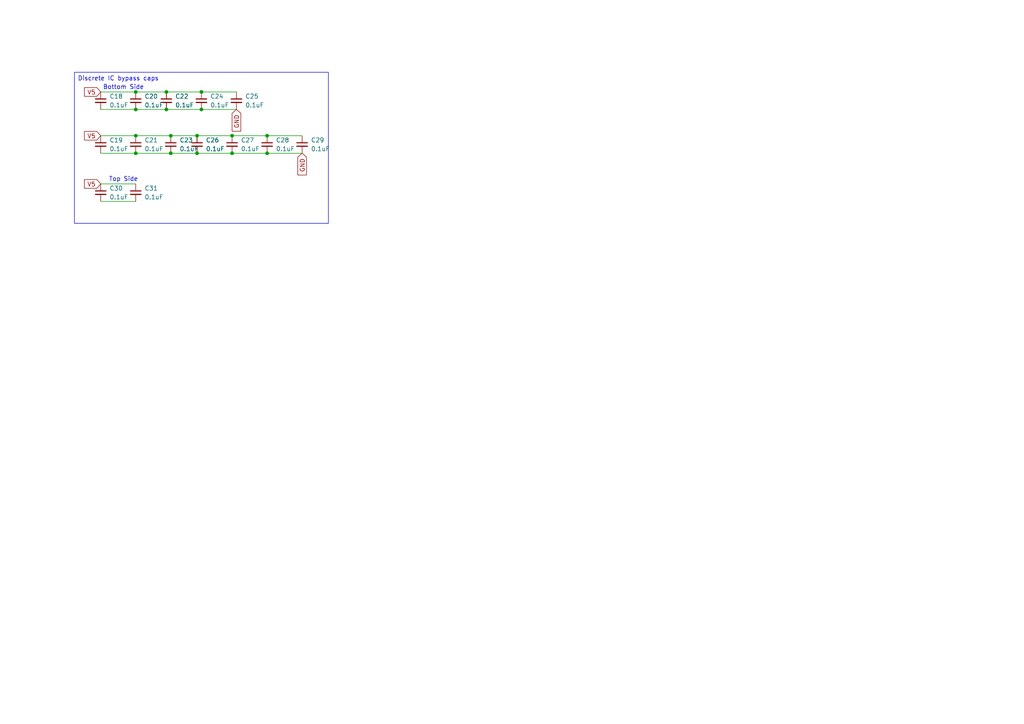
<source format=kicad_sch>
(kicad_sch (version 20250114) (generator "eeschema") (generator_version "9.0")
  (paper "A4")
  (lib_symbols
    (symbol "Device:C_Small" (pin_numbers (hide yes)) (pin_names (offset 0.254) (hide yes))
      (property "Reference" "C" (at 0.254 1.778 0))
      (property "Value" "C_Small" (at 0.254 -2.032 0))
      (symbol "C_Small_0_1"
        (polyline (pts (xy -1.524 0.508) (xy 1.524 0.508)) (stroke (width 0.3048)))
        (polyline (pts (xy -1.524 -0.508) (xy 1.524 -0.508)) (stroke (width 0.3302)))
      )
      (symbol "C_Small_1_1"
        (pin passive line (at 0 2.54 270) (length 2.032) (name "~") (number "1"))
        (pin passive line (at 0 -2.54 90) (length 2.032) (name "~") (number "2"))
      )
    )
  )
  (text "Bottom Side\n" (at 35.814 25.4 0) (effects (font (size 1.27 1.27))))
  (text "Top Side\n" (at 35.814 52.07 0) (effects (font (size 1.27 1.27))))
  (text_box "Discrete IC bypass caps\n" (at 21.59 20.955 0) (size 73.66 43.815) (margins 0.9525 0.9525 0.9525 0.9525) (effects (font (size 1.27 1.27)) (justify left top)))
  (junction (at 39.37 31.75))
  (junction (at 39.37 44.45))
  (junction (at 39.37 39.37))
  (junction (at 57.15 39.37))
  (junction (at 49.53 44.45))
  (junction (at 39.37 26.67))
  (junction (at 48.26 26.67))
  (junction (at 67.31 44.45))
  (junction (at 67.31 39.37))
  (junction (at 77.47 44.45))
  (junction (at 58.42 31.75))
  (junction (at 58.42 26.67))
  (junction (at 48.26 31.75))
  (junction (at 77.47 39.37))
  (junction (at 57.15 44.45))
  (junction (at 49.53 39.37))
  (wire (pts (xy 29.21 31.75) (xy 39.37 31.75)))
  (wire (pts (xy 48.26 31.75) (xy 58.42 31.75)))
  (wire (pts (xy 57.15 44.45) (xy 67.31 44.45)))
  (wire (pts (xy 39.37 44.45) (xy 49.53 44.45)))
  (wire (pts (xy 57.15 39.37) (xy 67.31 39.37)))
  (wire (pts (xy 49.53 44.45) (xy 57.15 44.45)))
  (wire (pts (xy 29.21 58.42) (xy 39.37 58.42)))
  (wire (pts (xy 29.21 44.45) (xy 39.37 44.45)))
  (wire (pts (xy 29.21 26.67) (xy 39.37 26.67)))
  (wire (pts (xy 67.31 44.45) (xy 77.47 44.45)))
  (wire (pts (xy 29.21 53.34) (xy 39.37 53.34)))
  (wire (pts (xy 77.47 39.37) (xy 87.63 39.37)))
  (wire (pts (xy 49.53 39.37) (xy 57.15 39.37)))
  (wire (pts (xy 48.26 26.67) (xy 58.42 26.67)))
  (wire (pts (xy 58.42 26.67) (xy 68.58 26.67)))
  (wire (pts (xy 39.37 31.75) (xy 48.26 31.75)))
  (wire (pts (xy 77.47 44.45) (xy 87.63 44.45)))
  (wire (pts (xy 29.21 39.37) (xy 39.37 39.37)))
  (wire (pts (xy 58.42 31.75) (xy 68.58 31.75)))
  (wire (pts (xy 67.31 39.37) (xy 77.47 39.37)))
  (wire (pts (xy 39.37 26.67) (xy 48.26 26.67)))
  (wire (pts (xy 39.37 39.37) (xy 49.53 39.37)))
  (global_label "GND" (shape input) (at 68.58 31.75 270) (property "Intersheetrefs" "${INTERSHEET_REFS}" (effects (hide yes))))
  (global_label "V5" (shape input) (at 29.21 39.37 180) (property "Intersheetrefs" "${INTERSHEET_REFS}" (effects (hide yes))))
  (global_label "GND" (shape input) (at 87.63 44.45 270) (property "Intersheetrefs" "${INTERSHEET_REFS}" (effects (hide yes))))
  (global_label "V5" (shape input) (at 29.21 26.67 180) (property "Intersheetrefs" "${INTERSHEET_REFS}" (effects (hide yes))))
  (global_label "V5" (shape input) (at 29.21 53.34 180) (property "Intersheetrefs" "${INTERSHEET_REFS}" (effects (hide yes))))
  (symbol (lib_id "Device:C_Small") (at 49.53 41.91 0) (unit 1)
    (property "Reference" "C23" (at 52.07 40.6462 0) (effects (justify left)))
    (property "Value" "0.1uF" (at 52.07 43.1862 0) (effects (justify left)))
    (property "Description" "Unpolarized capacitor, small symbol" (effects (hide yes)))
  )
  (symbol (lib_id "Device:C_Small") (at 57.15 41.91 0) (unit 1)
    (property "Reference" "C26" (at 59.69 40.6462 0) (effects (justify left)))
    (property "Value" "0.1uF" (at 59.69 43.1862 0) (effects (justify left)))
    (property "Description" "Unpolarized capacitor, small symbol" (effects (hide yes)))
  )
  (symbol (lib_id "Device:C_Small") (at 67.31 41.91 0) (unit 1)
    (property "Reference" "C27" (at 69.85 40.6462 0) (effects (justify left)))
    (property "Value" "0.1uF" (at 69.85 43.1862 0) (effects (justify left)))
    (property "Description" "Unpolarized capacitor, small symbol" (effects (hide yes)))
  )
  (symbol (lib_id "Device:C_Small") (at 29.21 55.88 0) (unit 1)
    (property "Reference" "C30" (at 31.75 54.6162 0) (effects (justify left)))
    (property "Value" "0.1uF" (at 31.75 57.1562 0) (effects (justify left)))
    (property "Description" "Unpolarized capacitor, small symbol" (effects (hide yes)))
  )
  (symbol (lib_id "Device:C_Small") (at 29.21 29.21 0) (unit 1)
    (property "Reference" "C18" (at 31.75 27.9462 0) (effects (justify left)))
    (property "Value" "0.1uF" (at 31.75 30.4862 0) (effects (justify left)))
    (property "Description" "Unpolarized capacitor, small symbol" (effects (hide yes)))
  )
  (symbol (lib_id "Device:C_Small") (at 39.37 41.91 0) (unit 1)
    (property "Reference" "C21" (at 41.91 40.6462 0) (effects (justify left)))
    (property "Value" "0.1uF" (at 41.91 43.1862 0) (effects (justify left)))
    (property "Description" "Unpolarized capacitor, small symbol" (effects (hide yes)))
  )
  (symbol (lib_id "Device:C_Small") (at 39.37 29.21 0) (unit 1)
    (property "Reference" "C20" (at 41.91 27.9462 0) (effects (justify left)))
    (property "Value" "0.1uF" (at 41.91 30.4862 0) (effects (justify left)))
    (property "Description" "Unpolarized capacitor, small symbol" (effects (hide yes)))
  )
  (symbol (lib_id "Device:C_Small") (at 58.42 29.21 0) (unit 1)
    (property "Reference" "C24" (at 60.96 27.9462 0) (effects (justify left)))
    (property "Value" "0.1uF" (at 60.96 30.4862 0) (effects (justify left)))
    (property "Description" "Unpolarized capacitor, small symbol" (effects (hide yes)))
  )
  (symbol (lib_id "Device:C_Small") (at 87.63 41.91 0) (unit 1)
    (property "Reference" "C29" (at 90.17 40.6462 0) (effects (justify left)))
    (property "Value" "0.1uF" (at 90.17 43.1862 0) (effects (justify left)))
    (property "Description" "Unpolarized capacitor, small symbol" (effects (hide yes)))
  )
  (symbol (lib_id "Device:C_Small") (at 39.37 55.88 0) (unit 1)
    (property "Reference" "C31" (at 41.91 54.6162 0) (effects (justify left)))
    (property "Value" "0.1uF" (at 41.91 57.1562 0) (effects (justify left)))
    (property "Description" "Unpolarized capacitor, small symbol" (effects (hide yes)))
  )
  (symbol (lib_id "Device:C_Small") (at 68.58 29.21 0) (unit 1)
    (property "Reference" "C25" (at 71.12 27.9462 0) (effects (justify left)))
    (property "Value" "0.1uF" (at 71.12 30.4862 0) (effects (justify left)))
    (property "Description" "Unpolarized capacitor, small symbol" (effects (hide yes)))
  )
  (symbol (lib_id "Device:C_Small") (at 29.21 41.91 0) (unit 1)
    (property "Reference" "C19" (at 31.75 40.6462 0) (effects (justify left)))
    (property "Value" "0.1uF" (at 31.75 43.1862 0) (effects (justify left)))
    (property "Description" "Unpolarized capacitor, small symbol" (effects (hide yes)))
  )
  (symbol (lib_id "Device:C_Small") (at 77.47 41.91 0) (unit 1)
    (property "Reference" "C28" (at 80.01 40.6462 0) (effects (justify left)))
    (property "Value" "0.1uF" (at 80.01 43.1862 0) (effects (justify left)))
    (property "Description" "Unpolarized capacitor, small symbol" (effects (hide yes)))
  )
  (symbol (lib_id "Device:C_Small") (at 48.26 29.21 0) (unit 1)
    (property "Reference" "C22" (at 50.8 27.9462 0) (effects (justify left)))
    (property "Value" "0.1uF" (at 50.8 30.4862 0) (effects (justify left)))
    (property "Description" "Unpolarized capacitor, small symbol" (effects (hide yes)))
  )
)
</source>
